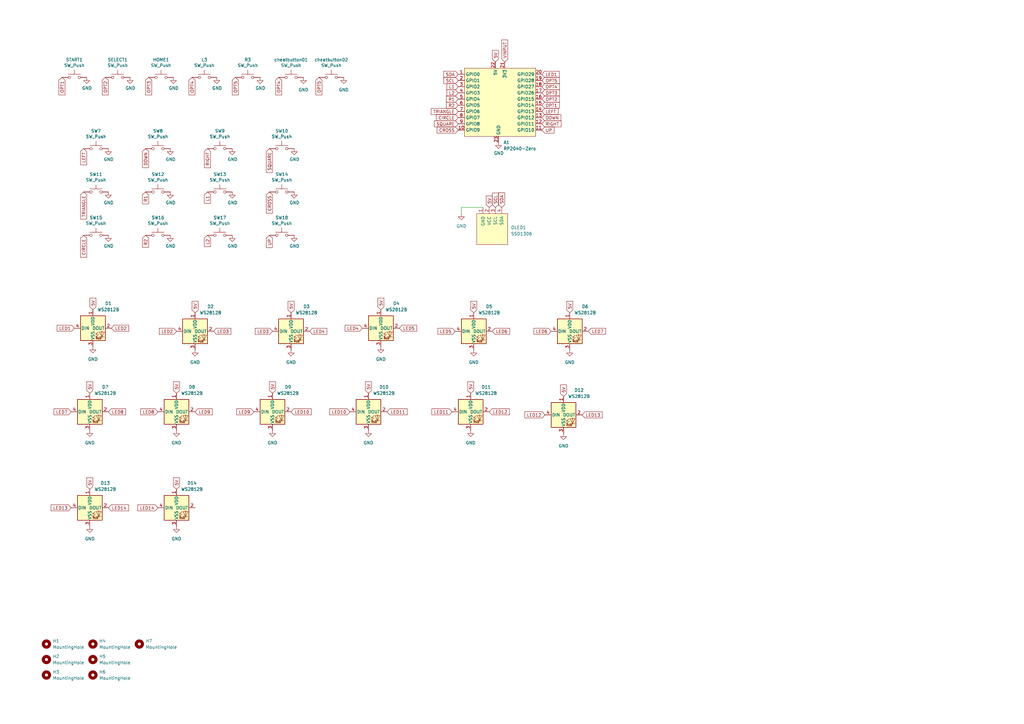
<source format=kicad_sch>
(kicad_sch (version 20230121) (generator eeschema)
  (paper "A3")
  (lib_symbols
    (symbol "GND_1" (power) (pin_names (offset 0))
      (property "Value" "GND_1" (at 0 -3.81 0))
      (symbol "GND_1_0_1"
        (polyline (pts (xy 0 0) (xy 0 -1.27) (xy 1.27 -1.27) (xy 0 -2.54) (xy -1.27 -1.27) (xy 0 -1.27)))
      )
      (symbol "GND_1_1_1"
        (pin power_in line (at 0 0 270) (length 0) hide (name "GND") (number "1"))
      )
    )
    (symbol "GND_2" (power) (pin_names (offset 0))
      (property "Value" "GND_2" (at 0 -3.81 0))
      (symbol "GND_2_0_1"
        (polyline (pts (xy 0 0) (xy 0 -1.27) (xy 1.27 -1.27) (xy 0 -2.54) (xy -1.27 -1.27) (xy 0 -1.27)))
      )
      (symbol "GND_2_1_1"
        (pin power_in line (at 0 0 270) (length 0) hide (name "GND") (number "1"))
      )
    )
    (symbol "GND_3" (power) (pin_names (offset 0))
      (property "Value" "GND_3" (at 0 -3.81 0))
      (symbol "GND_3_0_1"
        (polyline (pts (xy 0 0) (xy 0 -1.27) (xy 1.27 -1.27) (xy 0 -2.54) (xy -1.27 -1.27) (xy 0 -1.27)))
      )
      (symbol "GND_3_1_1"
        (pin power_in line (at 0 0 270) (length 0) hide (name "GND") (number "1"))
      )
    )
    (symbol "LED:WS2812B" (pin_names (offset 0.254))
      (property "Reference" "D" (at 5.08 5.715 0))
      (property "Value" "WS2812B" (at 1.27 -5.715 0))
      (symbol "WS2812B_0_0"
        (text "RGB" (at 2.286 -4.191 0) (effects (font (size 0.762 0.762))))
      )
      (symbol "WS2812B_0_1"
        (polyline (pts (xy 1.27 -3.556) (xy 1.778 -3.556)))
        (polyline (pts (xy 1.27 -2.54) (xy 1.778 -2.54)))
        (polyline (pts (xy 4.699 -3.556) (xy 2.667 -3.556)))
        (polyline (pts (xy 2.286 -2.54) (xy 1.27 -3.556) (xy 1.27 -3.048)))
        (polyline (pts (xy 2.286 -1.524) (xy 1.27 -2.54) (xy 1.27 -2.032)))
        (polyline (pts (xy 3.683 -1.016) (xy 3.683 -3.556) (xy 3.683 -4.064)))
        (polyline (pts (xy 4.699 -1.524) (xy 2.667 -1.524) (xy 3.683 -3.556) (xy 4.699 -1.524)))
        (rectangle (start 5.08 5.08) (end -5.08 -5.08) (stroke (width 0.254)) (fill (type background)))
      )
      (symbol "WS2812B_1_1"
        (pin power_in line (at 0 7.62 270) (length 2.54) (name "VDD") (number "1"))
        (pin output line (at 7.62 0 180) (length 2.54) (name "DOUT") (number "2"))
        (pin power_in line (at 0 -7.62 90) (length 2.54) (name "VSS") (number "3"))
        (pin input line (at -7.62 0 0) (length 2.54) (name "DIN") (number "4"))
      )
    )
    (symbol "Mechanical:MountingHole" (pin_names (offset 1.016))
      (property "Reference" "H" (at 0 5.08 0))
      (property "Value" "MountingHole" (at 0 3.175 0))
      (symbol "MountingHole_0_1"
        (circle (center 0 0) (radius 1.27) (stroke (width 1.27)))
      )
    )
    (symbol "RP2040-Zero:RP2040-Zero"
      (property "Reference" "U" (at 0 1.27 0))
      (property "Value" "RP2040-Zero" (at 0 -1.27 0))
      (symbol "RP2040-Zero_0_1"
        (rectangle (start -13.97 12.7) (end 15.24 -15.24) (fill (type background)))
      )
      (symbol "RP2040-Zero_1_1"
        (pin bidirectional line (at -16.51 10.16 0) (length 2.54) (name "GPIO0") (number "1"))
        (pin bidirectional line (at -16.51 -12.7 0) (length 2.54) (name "GPIO9") (number "10"))
        (pin bidirectional line (at 17.78 -12.7 180) (length 2.54) (name "GPIO10") (number "11"))
        (pin bidirectional line (at 17.78 -10.16 180) (length 2.54) (name "GPIO11") (number "12"))
        (pin bidirectional line (at 17.78 -7.62 180) (length 2.54) (name "GPIO12") (number "13"))
        (pin bidirectional line (at 17.78 -5.08 180) (length 2.54) (name "GPIO13") (number "14"))
        (pin bidirectional line (at 17.78 -2.54 180) (length 2.54) (name "GPIO14") (number "15"))
        (pin bidirectional line (at 17.78 0 180) (length 2.54) (name "GPIO15") (number "16"))
        (pin bidirectional line (at 17.78 2.54 180) (length 2.54) (name "GPIO26") (number "17"))
        (pin bidirectional line (at 17.78 5.08 180) (length 2.54) (name "GPIO27") (number "18"))
        (pin bidirectional line (at 17.78 7.62 180) (length 2.54) (name "GPIO28") (number "19"))
        (pin bidirectional line (at -16.51 7.62 0) (length 2.54) (name "GPIO1") (number "2"))
        (pin bidirectional line (at 17.78 10.16 180) (length 2.54) (name "GPIO29") (number "20"))
        (pin power_out line (at 2.54 15.24 270) (length 2.54) (name "3V3") (number "21"))
        (pin power_in line (at -1.27 15.24 270) (length 2.54) (name "5V") (number "22"))
        (pin power_in line (at 0 -17.78 90) (length 2.54) (name "GND") (number "23"))
        (pin bidirectional line (at -16.51 5.08 0) (length 2.54) (name "GPIO2") (number "3"))
        (pin bidirectional line (at -16.51 2.54 0) (length 2.54) (name "GPIO3") (number "4"))
        (pin bidirectional line (at -16.51 0 0) (length 2.54) (name "GPIO4") (number "5"))
        (pin bidirectional line (at -16.51 -2.54 0) (length 2.54) (name "GPIO5") (number "6"))
        (pin bidirectional line (at -16.51 -5.08 0) (length 2.54) (name "GPIO6") (number "7"))
        (pin bidirectional line (at -16.51 -7.62 0) (length 2.54) (name "GPIO7") (number "8"))
        (pin bidirectional line (at -16.51 -10.16 0) (length 2.54) (name "GPIO8") (number "9"))
      )
    )
    (symbol "SSD1306-128x64_OLED:SSD1306" (pin_names (offset 1.016))
      (property "Reference" "Brd" (at 0 -3.81 0))
      (property "Value" "SSD1306" (at 0 -1.27 0))
      (symbol "SSD1306_0_1"
        (rectangle (start -6.35 6.35) (end 6.35 -6.35) (fill (type background)))
      )
      (symbol "SSD1306_1_1"
        (pin input line (at -3.81 8.89 270) (length 2.54) (name "GND") (number "1"))
        (pin input line (at -1.27 8.89 270) (length 2.54) (name "VCC") (number "2"))
        (pin input line (at 1.27 8.89 270) (length 2.54) (name "SCL") (number "3"))
        (pin input line (at 3.81 8.89 270) (length 2.54) (name "SDA") (number "4"))
      )
    )
    (symbol "Switch:SW_Push" (pin_numbers hide) (pin_names (offset 1.016) hide)
      (property "Reference" "SW" (at 1.27 2.54 0))
      (property "Value" "SW_Push" (at 0 -1.524 0))
      (symbol "SW_Push_0_1"
        (circle (center -2.032 0) (radius 0.508))
        (polyline (pts (xy 0 1.27) (xy 0 3.048)))
        (polyline (pts (xy 2.54 1.27) (xy -2.54 1.27)))
        (circle (center 2.032 0) (radius 0.508))
        (pin passive line (at -5.08 0 0) (length 2.54) (name "1") (number "1"))
        (pin passive line (at 5.08 0 180) (length 2.54) (name "2") (number "2"))
      )
    )
    (symbol "power:GND" (power) (pin_names (offset 0))
      (property "Value" "GND" (at 0 -3.81 0))
      (symbol "GND_0_1"
        (polyline (pts (xy 0 0) (xy 0 -1.27) (xy 1.27 -1.27) (xy 0 -2.54) (xy -1.27 -1.27) (xy 0 -1.27)))
      )
      (symbol "GND_1_1"
        (pin power_in line (at 0 0 270) (length 0) hide (name "GND") (number "1"))
      )
    )
  )
  (wire (pts (xy 189.23 85.09) (xy 189.23 87.63)))
  (wire (pts (xy 198.12 85.09) (xy 189.23 85.09)))
  (wire (pts (xy 38.1 127) (xy 38.1 128.27)))
  (wire (pts (xy 36.83 161.29) (xy 36.83 162.56)))
  (global_label "TRIANGLE" (shape input) (at 34.29 78.74 270) (property "Intersheetrefs" "${INTERSHEET_REFS}" (effects hide)))
  (global_label "LED11" (shape input) (at 158.75 168.91 0) (property "Intersheetrefs" "${INTERSHEET_REFS}" (effects hide)))
  (global_label "CROSS" (shape input) (at 110.49 78.74 270) (property "Intersheetrefs" "${INTERSHEET_REFS}" (effects hide)))
  (global_label "R2" (shape input) (at 59.69 96.52 270) (property "Intersheetrefs" "${INTERSHEET_REFS}" (effects hide)))
  (global_label "5V" (shape input) (at 111.76 161.29 90) (property "Intersheetrefs" "${INTERSHEET_REFS}" (effects hide)))
  (global_label "LED3" (shape input) (at 87.63 135.89 0) (property "Intersheetrefs" "${INTERSHEET_REFS}" (effects hide)))
  (global_label "TRIANGLE" (shape input) (at 187.96 45.72 180) (property "Intersheetrefs" "${INTERSHEET_REFS}" (effects hide)))
  (global_label "LED5" (shape input) (at 186.69 135.89 180) (property "Intersheetrefs" "${INTERSHEET_REFS}" (effects hide)))
  (global_label "OPT1" (shape input) (at 222.25 43.18 0) (property "Intersheetrefs" "${INTERSHEET_REFS}" (effects hide)))
  (global_label "L2" (shape input) (at 85.09 96.52 270) (property "Intersheetrefs" "${INTERSHEET_REFS}" (effects hide)))
  (global_label "LED12" (shape input) (at 223.52 170.18 180) (property "Intersheetrefs" "${INTERSHEET_REFS}" (effects hide)))
  (global_label "LED2" (shape input) (at 45.72 134.62 0) (property "Intersheetrefs" "${INTERSHEET_REFS}" (effects hide)))
  (global_label "5V" (shape input) (at 38.1 127 90) (property "Intersheetrefs" "${INTERSHEET_REFS}" (effects hide)))
  (global_label "LED12" (shape input) (at 200.66 168.91 0) (property "Intersheetrefs" "${INTERSHEET_REFS}" (effects hide)))
  (global_label "R1" (shape input) (at 59.69 78.74 270) (property "Intersheetrefs" "${INTERSHEET_REFS}" (effects hide)))
  (global_label "5V" (shape input) (at 203.2 25.4 90) (property "Intersheetrefs" "${INTERSHEET_REFS}" (effects hide)))
  (global_label "LED11" (shape input) (at 185.42 168.91 180) (property "Intersheetrefs" "${INTERSHEET_REFS}" (effects hide)))
  (global_label "LED2" (shape input) (at 72.39 135.89 180) (property "Intersheetrefs" "${INTERSHEET_REFS}" (effects hide)))
  (global_label "LED14" (shape input) (at 44.45 208.28 0) (property "Intersheetrefs" "${INTERSHEET_REFS}" (effects hide)))
  (global_label "RIGHT" (shape input) (at 85.09 60.96 270) (property "Intersheetrefs" "${INTERSHEET_REFS}" (effects hide)))
  (global_label "5V" (shape input) (at 36.83 161.29 90) (property "Intersheetrefs" "${INTERSHEET_REFS}" (effects hide)))
  (global_label "5V" (shape input) (at 193.04 161.29 90) (property "Intersheetrefs" "${INTERSHEET_REFS}" (effects hide)))
  (global_label "5V" (shape input) (at 194.31 128.27 90) (property "Intersheetrefs" "${INTERSHEET_REFS}" (effects hide)))
  (global_label "5V" (shape input) (at 233.68 128.27 90) (property "Intersheetrefs" "${INTERSHEET_REFS}" (effects hide)))
  (global_label "SQUARE" (shape input) (at 110.49 60.96 270) (property "Intersheetrefs" "${INTERSHEET_REFS}" (effects hide)))
  (global_label "5V" (shape input) (at 72.39 161.29 90) (property "Intersheetrefs" "${INTERSHEET_REFS}" (effects hide)))
  (global_label "VINPUT" (shape input) (at 207.01 25.4 90) (property "Intersheetrefs" "${INTERSHEET_REFS}" (effects hide)))
  (global_label "LED4" (shape input) (at 148.59 134.62 180) (property "Intersheetrefs" "${INTERSHEET_REFS}" (effects hide)))
  (global_label "LED7" (shape input) (at 241.3 135.89 0) (property "Intersheetrefs" "${INTERSHEET_REFS}" (effects hide)))
  (global_label "SQUARE" (shape input) (at 187.96 50.8 180) (property "Intersheetrefs" "${INTERSHEET_REFS}" (effects hide)))
  (global_label "OPT2" (shape input) (at 43.18 31.75 270) (property "Intersheetrefs" "${INTERSHEET_REFS}" (effects hide)))
  (global_label "UP" (shape input) (at 110.49 96.52 270) (property "Intersheetrefs" "${INTERSHEET_REFS}" (effects hide)))
  (global_label "RIGHT" (shape input) (at 222.25 50.8 0) (property "Intersheetrefs" "${INTERSHEET_REFS}" (effects hide)))
  (global_label "OPT5" (shape input) (at 130.81 31.75 270) (property "Intersheetrefs" "${INTERSHEET_REFS}" (effects hide)))
  (global_label "LED3" (shape input) (at 111.76 135.89 180) (property "Intersheetrefs" "${INTERSHEET_REFS}" (effects hide)))
  (global_label "R1" (shape input) (at 187.96 40.64 180) (property "Intersheetrefs" "${INTERSHEET_REFS}" (effects hide)))
  (global_label "OPT3" (shape input) (at 222.25 38.1 0) (property "Intersheetrefs" "${INTERSHEET_REFS}" (effects hide)))
  (global_label "CIRCLE" (shape input) (at 187.96 48.26 180) (property "Intersheetrefs" "${INTERSHEET_REFS}" (effects hide)))
  (global_label "LED9" (shape input) (at 80.01 168.91 0) (property "Intersheetrefs" "${INTERSHEET_REFS}" (effects hide)))
  (global_label "L2" (shape input) (at 187.96 38.1 180) (property "Intersheetrefs" "${INTERSHEET_REFS}" (effects hide)))
  (global_label "SCL" (shape input) (at 187.96 33.02 180) (property "Intersheetrefs" "${INTERSHEET_REFS}" (effects hide)))
  (global_label "5V" (shape input) (at 119.38 128.27 90) (property "Intersheetrefs" "${INTERSHEET_REFS}" (effects hide)))
  (global_label "CROSS" (shape input) (at 187.96 53.34 180) (property "Intersheetrefs" "${INTERSHEET_REFS}" (effects hide)))
  (global_label "OPT4" (shape input) (at 222.25 35.56 0) (property "Intersheetrefs" "${INTERSHEET_REFS}" (effects hide)))
  (global_label "DOWN" (shape input) (at 59.69 60.96 270) (property "Intersheetrefs" "${INTERSHEET_REFS}" (effects hide)))
  (global_label "LED7" (shape input) (at 29.21 168.91 180) (property "Intersheetrefs" "${INTERSHEET_REFS}" (effects hide)))
  (global_label "SCL" (shape input) (at 203.2 85.09 90) (property "Intersheetrefs" "${INTERSHEET_REFS}" (effects hide)))
  (global_label "LEFT" (shape input) (at 222.25 45.72 0) (property "Intersheetrefs" "${INTERSHEET_REFS}" (effects hide)))
  (global_label "LED1" (shape input) (at 222.25 30.48 0) (property "Intersheetrefs" "${INTERSHEET_REFS}" (effects hide)))
  (global_label "DOWN" (shape input) (at 222.25 48.26 0) (property "Intersheetrefs" "${INTERSHEET_REFS}" (effects hide)))
  (global_label "5V" (shape input) (at 200.66 85.09 90) (property "Intersheetrefs" "${INTERSHEET_REFS}" (effects hide)))
  (global_label "5V" (shape input) (at 72.39 200.66 90) (property "Intersheetrefs" "${INTERSHEET_REFS}" (effects hide)))
  (global_label "SDA" (shape input) (at 187.96 30.48 180) (property "Intersheetrefs" "${INTERSHEET_REFS}" (effects hide)))
  (global_label "LED8" (shape input) (at 44.45 168.91 0) (property "Intersheetrefs" "${INTERSHEET_REFS}" (effects hide)))
  (global_label "R2" (shape input) (at 187.96 43.18 180) (property "Intersheetrefs" "${INTERSHEET_REFS}" (effects hide)))
  (global_label "LED6" (shape input) (at 201.93 135.89 0) (property "Intersheetrefs" "${INTERSHEET_REFS}" (effects hide)))
  (global_label "LED8" (shape input) (at 64.77 168.91 180) (property "Intersheetrefs" "${INTERSHEET_REFS}" (effects hide)))
  (global_label "LED14" (shape input) (at 64.77 208.28 180) (property "Intersheetrefs" "${INTERSHEET_REFS}" (effects hide)))
  (global_label "LED4" (shape input) (at 127 135.89 0) (property "Intersheetrefs" "${INTERSHEET_REFS}" (effects hide)))
  (global_label "LEFT" (shape input) (at 34.29 60.96 270) (property "Intersheetrefs" "${INTERSHEET_REFS}" (effects hide)))
  (global_label "UP" (shape input) (at 222.25 53.34 0) (property "Intersheetrefs" "${INTERSHEET_REFS}" (effects hide)))
  (global_label "5V" (shape input) (at 231.14 162.56 90) (property "Intersheetrefs" "${INTERSHEET_REFS}" (effects hide)))
  (global_label "5V" (shape input) (at 156.21 127 90) (property "Intersheetrefs" "${INTERSHEET_REFS}" (effects hide)))
  (global_label "OPT4" (shape input) (at 78.74 31.75 270) (property "Intersheetrefs" "${INTERSHEET_REFS}" (effects hide)))
  (global_label "LED13" (shape input) (at 29.21 208.28 180) (property "Intersheetrefs" "${INTERSHEET_REFS}" (effects hide)))
  (global_label "5V" (shape input) (at 151.13 161.29 90) (property "Intersheetrefs" "${INTERSHEET_REFS}" (effects hide)))
  (global_label "OPT5" (shape input) (at 96.52 31.75 270) (property "Intersheetrefs" "${INTERSHEET_REFS}" (effects hide)))
  (global_label "L1" (shape input) (at 85.09 78.74 270) (property "Intersheetrefs" "${INTERSHEET_REFS}" (effects hide)))
  (global_label "LED9" (shape input) (at 104.14 168.91 180) (property "Intersheetrefs" "${INTERSHEET_REFS}" (effects hide)))
  (global_label "LED13" (shape input) (at 238.76 170.18 0) (property "Intersheetrefs" "${INTERSHEET_REFS}" (effects hide)))
  (global_label "LED10" (shape input) (at 119.38 168.91 0) (property "Intersheetrefs" "${INTERSHEET_REFS}" (effects hide)))
  (global_label "5V" (shape input) (at 36.83 200.66 90) (property "Intersheetrefs" "${INTERSHEET_REFS}" (effects hide)))
  (global_label "CIRCLE" (shape input) (at 34.29 96.52 270) (property "Intersheetrefs" "${INTERSHEET_REFS}" (effects hide)))
  (global_label "OPT1" (shape input) (at 25.4 31.75 270) (property "Intersheetrefs" "${INTERSHEET_REFS}" (effects hide)))
  (global_label "LED1" (shape input) (at 30.48 134.62 180) (property "Intersheetrefs" "${INTERSHEET_REFS}" (effects hide)))
  (global_label "OPT2" (shape input) (at 222.25 40.64 0) (property "Intersheetrefs" "${INTERSHEET_REFS}" (effects hide)))
  (global_label "5V" (shape input) (at 80.01 128.27 90) (property "Intersheetrefs" "${INTERSHEET_REFS}" (effects hide)))
  (global_label "SDA" (shape input) (at 205.74 85.09 90) (property "Intersheetrefs" "${INTERSHEET_REFS}" (effects hide)))
  (global_label "OPT4" (shape input) (at 114.3 31.75 270) (property "Intersheetrefs" "${INTERSHEET_REFS}" (effects hide)))
  (global_label "LED10" (shape input) (at 143.51 168.91 180) (property "Intersheetrefs" "${INTERSHEET_REFS}" (effects hide)))
  (global_label "LED5" (shape input) (at 163.83 134.62 0) (property "Intersheetrefs" "${INTERSHEET_REFS}" (effects hide)))
  (global_label "OPT3" (shape input) (at 60.96 31.75 270) (property "Intersheetrefs" "${INTERSHEET_REFS}" (effects hide)))
  (global_label "OPT5" (shape input) (at 222.25 33.02 0) (property "Intersheetrefs" "${INTERSHEET_REFS}" (effects hide)))
  (global_label "L1" (shape input) (at 187.96 35.56 180) (property "Intersheetrefs" "${INTERSHEET_REFS}" (effects hide)))
  (global_label "LED6" (shape input) (at 226.06 135.89 180) (property "Intersheetrefs" "${INTERSHEET_REFS}" (effects hide)))
  (symbol (lib_id "Switch:SW_Push") (at 30.48 31.75 0) (unit 1)
    (property "Reference" "START1" (at 30.48 24.511 0))
    (property "Value" "SW_Push" (at 30.48 26.8224 0))
    (property "Footprint" "Button_Switch_THT:SW_PUSH_6mm_H5mm" (effects hide))
    (property "LCSC" "C2837518" (effects hide))
  )
  (symbol (lib_id "Switch:SW_Push") (at 48.26 31.75 0) (unit 1)
    (property "Reference" "SELECT1" (at 48.26 24.511 0))
    (property "Value" "SW_Push" (at 48.26 26.8224 0))
    (property "Footprint" "Button_Switch_THT:SW_PUSH_6mm_H5mm" (effects hide))
    (property "LCSC" "C2837518" (effects hide))
  )
  (symbol (lib_id "Switch:SW_Push") (at 66.04 31.75 0) (unit 1)
    (property "Reference" "HOME1" (at 66.04 24.511 0))
    (property "Value" "SW_Push" (at 66.04 26.8224 0))
    (property "Footprint" "Button_Switch_THT:SW_PUSH_6mm_H5mm" (effects hide))
    (property "LCSC" "C2837518" (effects hide))
  )
  (symbol (lib_id "Switch:SW_Push") (at 83.82 31.75 0) (unit 1)
    (property "Reference" "L3" (at 83.82 24.511 0))
    (property "Value" "SW_Push" (at 83.82 26.8224 0))
    (property "Footprint" "Button_Switch_THT:SW_PUSH_6mm_H5mm" (effects hide))
    (property "LCSC" "C2837518" (effects hide))
  )
  (symbol (lib_id "Switch:SW_Push") (at 101.6 31.75 0) (unit 1)
    (property "Reference" "R3" (at 101.6 24.511 0))
    (property "Value" "SW_Push" (at 101.6 26.8224 0))
    (property "Footprint" "Button_Switch_THT:SW_PUSH_6mm_H5mm" (effects hide))
    (property "LCSC" "C2837518" (effects hide))
  )
  (symbol (lib_id "power:GND") (at 35.56 31.75 0) (unit 1)
    (property "Reference" "#PWR01" (effects hide))
    (property "Value" "GND" (at 35.687 36.1442 0))
  )
  (symbol (lib_id "power:GND") (at 53.34 31.75 0) (unit 1)
    (property "Reference" "#PWR02" (effects hide))
    (property "Value" "GND" (at 53.467 36.1442 0))
  )
  (symbol (lib_id "power:GND") (at 71.12 31.75 0) (unit 1)
    (property "Reference" "#PWR03" (effects hide))
    (property "Value" "GND" (at 71.247 36.1442 0))
  )
  (symbol (lib_id "power:GND") (at 88.9 31.75 0) (unit 1)
    (property "Reference" "#PWR04" (effects hide))
    (property "Value" "GND" (at 89.027 36.1442 0))
  )
  (symbol (lib_id "power:GND") (at 106.68 31.75 0) (unit 1)
    (property "Reference" "#PWR05" (effects hide))
    (property "Value" "GND" (at 106.807 36.1442 0))
  )
  (symbol (lib_id "Switch:SW_Push") (at 39.37 60.96 0) (unit 1)
    (property "Reference" "SW7" (at 39.37 53.721 0))
    (property "Value" "SW_Push" (at 39.37 56.0324 0))
    (property "Footprint" "kaihl reversible:Kailh_socket_PG1350_reversible" (effects hide))
  )
  (symbol (lib_id "Switch:SW_Push") (at 115.57 96.52 0) (unit 1)
    (property "Reference" "SW18" (at 115.57 89.281 0))
    (property "Value" "SW_Push" (at 115.57 91.5924 0))
    (property "Footprint" "kaihl reversible:Kailh_socket_PG1350_reversible" (effects hide))
  )
  (symbol (lib_id "Switch:SW_Push") (at 64.77 78.74 0) (unit 1)
    (property "Reference" "SW12" (at 64.77 71.501 0))
    (property "Value" "SW_Push" (at 64.77 73.8124 0))
    (property "Footprint" "kaihl reversible:Kailh_socket_PG1350_reversible" (effects hide))
  )
  (symbol (lib_id "Switch:SW_Push") (at 39.37 96.52 0) (unit 1)
    (property "Reference" "SW15" (at 39.37 89.281 0))
    (property "Value" "SW_Push" (at 39.37 91.5924 0))
    (property "Footprint" "kaihl reversible:Kailh_socket_PG1350_reversible" (effects hide))
  )
  (symbol (lib_id "Switch:SW_Push") (at 64.77 60.96 0) (unit 1)
    (property "Reference" "SW8" (at 64.77 53.721 0))
    (property "Value" "SW_Push" (at 64.77 56.0324 0))
    (property "Footprint" "kaihl reversible:Kailh_socket_PG1350_reversible" (effects hide))
  )
  (symbol (lib_id "Switch:SW_Push") (at 115.57 60.96 0) (unit 1)
    (property "Reference" "SW10" (at 115.57 53.721 0))
    (property "Value" "SW_Push" (at 115.57 56.0324 0))
    (property "Footprint" "kaihl reversible:Kailh_socket_PG1350_reversible" (effects hide))
  )
  (symbol (lib_id "Switch:SW_Push") (at 90.17 78.74 0) (unit 1)
    (property "Reference" "SW13" (at 90.17 71.501 0))
    (property "Value" "SW_Push" (at 90.17 73.8124 0))
    (property "Footprint" "kaihl reversible:Kailh_socket_PG1350_reversible" (effects hide))
  )
  (symbol (lib_id "Switch:SW_Push") (at 64.77 96.52 0) (unit 1)
    (property "Reference" "SW16" (at 64.77 89.281 0))
    (property "Value" "SW_Push" (at 64.77 91.5924 0))
    (property "Footprint" "kaihl reversible:Kailh_socket_PG1350_reversible" (effects hide))
  )
  (symbol (lib_id "Switch:SW_Push") (at 90.17 60.96 0) (unit 1)
    (property "Reference" "SW9" (at 90.17 53.721 0))
    (property "Value" "SW_Push" (at 90.17 56.0324 0))
    (property "Footprint" "kaihl reversible:Kailh_socket_PG1350_reversible" (effects hide))
  )
  (symbol (lib_id "Switch:SW_Push") (at 39.37 78.74 0) (unit 1)
    (property "Reference" "SW11" (at 39.37 71.501 0))
    (property "Value" "SW_Push" (at 39.37 73.8124 0))
    (property "Footprint" "kaihl reversible:Kailh_socket_PG1350_reversible" (effects hide))
  )
  (symbol (lib_id "Switch:SW_Push") (at 115.57 78.74 0) (unit 1)
    (property "Reference" "SW14" (at 115.57 71.501 0))
    (property "Value" "SW_Push" (at 115.57 73.8124 0))
    (property "Footprint" "kaihl reversible:Kailh_socket_PG1350_reversible" (effects hide))
  )
  (symbol (lib_id "Switch:SW_Push") (at 90.17 96.52 0) (unit 1)
    (property "Reference" "SW17" (at 90.17 89.281 0))
    (property "Value" "SW_Push" (at 90.17 91.5924 0))
    (property "Footprint" "kaihl reversible:Kailh_socket_PG1350_reversible" (effects hide))
  )
  (symbol (lib_id "power:GND") (at 44.45 60.96 0) (unit 1)
    (property "Reference" "#PWR07" (effects hide))
    (property "Value" "GND" (at 44.577 65.3542 0))
  )
  (symbol (lib_id "power:GND") (at 120.65 96.52 0) (unit 1)
    (property "Reference" "#PWR018" (effects hide))
    (property "Value" "GND" (at 120.777 100.9142 0))
  )
  (symbol (lib_id "power:GND") (at 69.85 78.74 0) (unit 1)
    (property "Reference" "#PWR012" (effects hide))
    (property "Value" "GND" (at 69.977 83.1342 0))
  )
  (symbol (lib_id "power:GND") (at 44.45 96.52 0) (unit 1)
    (property "Reference" "#PWR015" (effects hide))
    (property "Value" "GND" (at 44.577 100.9142 0))
  )
  (symbol (lib_id "power:GND") (at 69.85 60.96 0) (unit 1)
    (property "Reference" "#PWR08" (effects hide))
    (property "Value" "GND" (at 69.977 65.3542 0))
  )
  (symbol (lib_id "power:GND") (at 120.65 60.96 0) (unit 1)
    (property "Reference" "#PWR010" (effects hide))
    (property "Value" "GND" (at 120.777 65.3542 0))
  )
  (symbol (lib_id "power:GND") (at 95.25 78.74 0) (unit 1)
    (property "Reference" "#PWR013" (effects hide))
    (property "Value" "GND" (at 95.377 83.1342 0))
  )
  (symbol (lib_id "power:GND") (at 69.85 96.52 0) (unit 1)
    (property "Reference" "#PWR016" (effects hide))
    (property "Value" "GND" (at 69.977 100.9142 0))
  )
  (symbol (lib_id "power:GND") (at 95.25 96.52 0) (unit 1)
    (property "Reference" "#PWR017" (effects hide))
    (property "Value" "GND" (at 95.377 100.9142 0))
  )
  (symbol (lib_id "power:GND") (at 120.65 78.74 0) (unit 1)
    (property "Reference" "#PWR014" (effects hide))
    (property "Value" "GND" (at 120.777 83.1342 0))
  )
  (symbol (lib_id "power:GND") (at 44.45 78.74 0) (unit 1)
    (property "Reference" "#PWR011" (effects hide))
    (property "Value" "GND" (at 44.577 83.1342 0))
  )
  (symbol (lib_id "power:GND") (at 95.25 60.96 0) (unit 1)
    (property "Reference" "#PWR09" (effects hide))
    (property "Value" "GND" (at 95.377 65.3542 0))
  )
  (symbol (lib_id "power:GND") (at 204.47 58.42 0) (unit 1)
    (property "Reference" "#PWR0102" (effects hide))
    (property "Value" "GND" (at 204.597 62.8142 0))
  )
  (symbol (lib_name "GND_3") (lib_id "power:GND") (at 111.76 176.53 0) (unit 1)
    (property "Reference" "#PWR036" (effects hide))
    (property "Value" "GND" (at 111.76 181.61 0))
  )
  (symbol (lib_id "Mechanical:MountingHole") (at 19.05 276.86 0) (unit 1)
    (property "Reference" "H3" (at 21.59 275.5899 0) (effects (justify left)))
    (property "Value" "MountingHole" (at 21.59 278.1299 0) (effects (justify left)))
    (property "Footprint" "MountingHole:MountingHole_6.4mm_M6" (effects hide))
  )
  (symbol (lib_id "LED:WS2812B") (at 194.31 135.89 0) (unit 1)
    (property "Reference" "D5" (at 200.66 125.73 0))
    (property "Value" "WS2812B" (at 200.66 128.27 0))
    (property "Footprint" "LED_SMD:LED_WS2812B_PLCC4_5.0x5.0mm_P3.2mm" (effects hide))
    (property "Datasheet" "https://cdn-shop.adafruit.com/datasheets/WS2812B.pdf" (effects hide))
    (property "LCSC" "C2874885" (effects hide))
  )
  (symbol (lib_id "LED:WS2812B") (at 111.76 168.91 0) (unit 1)
    (property "Reference" "D9" (at 118.11 158.75 0))
    (property "Value" "WS2812B" (at 118.11 161.29 0))
    (property "Footprint" "LED_SMD:LED_WS2812B_PLCC4_5.0x5.0mm_P3.2mm" (effects hide))
    (property "Datasheet" "https://cdn-shop.adafruit.com/datasheets/WS2812B.pdf" (effects hide))
    (property "LCSC" "C2874885" (effects hide))
  )
  (symbol (lib_name "GND_3") (lib_id "power:GND") (at 194.31 143.51 0) (unit 1)
    (property "Reference" "#PWR028" (effects hide))
    (property "Value" "GND" (at 194.31 148.59 0))
  )
  (symbol (lib_id "LED:WS2812B") (at 119.38 135.89 0) (unit 1)
    (property "Reference" "D3" (at 125.73 125.73 0))
    (property "Value" "WS2812B" (at 125.73 128.27 0))
    (property "Footprint" "LED_SMD:LED_WS2812B_PLCC4_5.0x5.0mm_P3.2mm" (effects hide))
    (property "Datasheet" "https://cdn-shop.adafruit.com/datasheets/WS2812B.pdf" (effects hide))
    (property "LCSC" "C2874885" (effects hide))
  )
  (symbol (lib_id "LED:WS2812B") (at 156.21 134.62 0) (unit 1)
    (property "Reference" "D4" (at 162.56 124.46 0))
    (property "Value" "WS2812B" (at 162.56 127 0))
    (property "Footprint" "LED_SMD:LED_WS2812B_PLCC4_5.0x5.0mm_P3.2mm" (effects hide))
    (property "Datasheet" "https://cdn-shop.adafruit.com/datasheets/WS2812B.pdf" (effects hide))
    (property "LCSC" "C2874885" (effects hide))
  )
  (symbol (lib_name "GND_3") (lib_id "power:GND") (at 231.14 177.8 0) (unit 1)
    (property "Reference" "#PWR042" (effects hide))
    (property "Value" "GND" (at 231.14 182.88 0))
  )
  (symbol (lib_id "LED:WS2812B") (at 233.68 135.89 0) (unit 1)
    (property "Reference" "D6" (at 240.03 125.73 0))
    (property "Value" "WS2812B" (at 240.03 128.27 0))
    (property "Footprint" "LED_SMD:LED_WS2812B_PLCC4_5.0x5.0mm_P3.2mm" (effects hide))
    (property "Datasheet" "https://cdn-shop.adafruit.com/datasheets/WS2812B.pdf" (effects hide))
    (property "LCSC" "C2874885" (effects hide))
  )
  (symbol (lib_id "Mechanical:MountingHole") (at 19.05 264.16 0) (unit 1)
    (property "Reference" "H1" (at 21.59 262.8899 0) (effects (justify left)))
    (property "Value" "MountingHole" (at 21.59 265.4299 0) (effects (justify left)))
    (property "Footprint" "MountingHole:MountingHole_6.4mm_M6" (effects hide))
  )
  (symbol (lib_name "GND_3") (lib_id "power:GND") (at 119.38 143.51 0) (unit 1)
    (property "Reference" "#PWR024" (effects hide))
    (property "Value" "GND" (at 119.38 148.59 0))
  )
  (symbol (lib_name "GND_3") (lib_id "power:GND") (at 193.04 176.53 0) (unit 1)
    (property "Reference" "#PWR040" (effects hide))
    (property "Value" "GND" (at 193.04 181.61 0))
  )
  (symbol (lib_id "Mechanical:MountingHole") (at 57.15 264.16 0) (unit 1)
    (property "Reference" "H7" (at 59.69 262.8899 0) (effects (justify left)))
    (property "Value" "MountingHole" (at 59.69 265.4299 0) (effects (justify left)))
    (property "Footprint" "MountingHole:MountingHole_6.4mm_M6" (effects hide))
  )
  (symbol (lib_id "LED:WS2812B") (at 72.39 168.91 0) (unit 1)
    (property "Reference" "D8" (at 78.74 158.75 0))
    (property "Value" "WS2812B" (at 78.74 161.29 0))
    (property "Footprint" "LED_SMD:LED_WS2812B_PLCC4_5.0x5.0mm_P3.2mm" (effects hide))
    (property "Datasheet" "https://cdn-shop.adafruit.com/datasheets/WS2812B.pdf" (effects hide))
    (property "LCSC" "C2874885" (effects hide))
  )
  (symbol (lib_name "GND_3") (lib_id "power:GND") (at 36.83 215.9 0) (unit 1)
    (property "Reference" "#PWR021" (effects hide))
    (property "Value" "GND" (at 36.83 220.98 0))
  )
  (symbol (lib_id "Switch:SW_Push") (at 135.89 31.75 0) (unit 1)
    (property "Reference" "cheatbutton02" (at 135.89 24.511 0))
    (property "Value" "SW_Push" (at 135.89 26.8224 0))
    (property "Footprint" "kaihl reversible:Kailh_socket_PG1350_reversible" (effects hide))
  )
  (symbol (lib_name "GND_3") (lib_id "power:GND") (at 233.68 143.51 0) (unit 1)
    (property "Reference" "#PWR030" (effects hide))
    (property "Value" "GND" (at 233.68 148.59 0))
  )
  (symbol (lib_name "GND_3") (lib_id "power:GND") (at 38.1 142.24 0) (unit 1)
    (property "Reference" "#PWR020" (effects hide))
    (property "Value" "GND" (at 38.1 147.32 0))
  )
  (symbol (lib_id "LED:WS2812B") (at 80.01 135.89 0) (unit 1)
    (property "Reference" "D2" (at 86.36 125.73 0))
    (property "Value" "WS2812B" (at 86.36 128.27 0))
    (property "Footprint" "LED_SMD:LED_WS2812B_PLCC4_5.0x5.0mm_P3.2mm" (effects hide))
    (property "Datasheet" "https://cdn-shop.adafruit.com/datasheets/WS2812B.pdf" (effects hide))
    (property "LCSC" "C2874885" (effects hide))
  )
  (symbol (lib_id "Switch:SW_Push") (at 119.38 31.75 0) (unit 1)
    (property "Reference" "cheatbutton01" (at 119.38 24.511 0))
    (property "Value" "SW_Push" (at 119.38 26.8224 0))
    (property "Footprint" "kaihl reversible:Kailh_socket_PG1350_reversible" (effects hide))
  )
  (symbol (lib_id "LED:WS2812B") (at 36.83 168.91 0) (unit 1)
    (property "Reference" "D7" (at 43.18 158.75 0))
    (property "Value" "WS2812B" (at 43.18 161.29 0))
    (property "Footprint" "LED_SMD:LED_WS2812B_PLCC4_5.0x5.0mm_P3.2mm" (effects hide))
    (property "Datasheet" "https://cdn-shop.adafruit.com/datasheets/WS2812B.pdf" (effects hide))
    (property "LCSC" "C2874885" (effects hide))
  )
  (symbol (lib_id "LED:WS2812B") (at 231.14 170.18 0) (unit 1)
    (property "Reference" "D12" (at 237.49 160.02 0))
    (property "Value" "WS2812B" (at 237.49 162.56 0))
    (property "Footprint" "LED_SMD:LED_WS2812B_PLCC4_5.0x5.0mm_P3.2mm" (effects hide))
    (property "Datasheet" "https://cdn-shop.adafruit.com/datasheets/WS2812B.pdf" (effects hide))
    (property "LCSC" "C2874885" (effects hide))
  )
  (symbol (lib_id "LED:WS2812B") (at 72.39 208.28 0) (unit 1)
    (property "Reference" "D14" (at 78.74 198.12 0))
    (property "Value" "WS2812B" (at 78.74 200.66 0))
    (property "Footprint" "LED_SMD:LED_WS2812B_PLCC4_5.0x5.0mm_P3.2mm" (effects hide))
    (property "Datasheet" "https://cdn-shop.adafruit.com/datasheets/WS2812B.pdf" (effects hide))
    (property "LCSC" "C2874885" (effects hide))
  )
  (symbol (lib_id "Mechanical:MountingHole") (at 38.1 264.16 0) (unit 1)
    (property "Reference" "H4" (at 40.64 262.8899 0) (effects (justify left)))
    (property "Value" "MountingHole" (at 40.64 265.4299 0) (effects (justify left)))
    (property "Footprint" "MountingHole:MountingHole_6.4mm_M6" (effects hide))
  )
  (symbol (lib_id "LED:WS2812B") (at 36.83 208.28 0) (unit 1)
    (property "Reference" "D13" (at 43.18 198.12 0))
    (property "Value" "WS2812B" (at 43.18 200.66 0))
    (property "Footprint" "LED_SMD:LED_WS2812B_PLCC4_5.0x5.0mm_P3.2mm" (effects hide))
    (property "Datasheet" "https://cdn-shop.adafruit.com/datasheets/WS2812B.pdf" (effects hide))
    (property "LCSC" "C2874885" (effects hide))
  )
  (symbol (lib_name "GND_3") (lib_id "power:GND") (at 72.39 215.9 0) (unit 1)
    (property "Reference" "#PWR023" (effects hide))
    (property "Value" "GND" (at 72.39 220.98 0))
  )
  (symbol (lib_name "GND_3") (lib_id "power:GND") (at 156.21 142.24 0) (unit 1)
    (property "Reference" "#PWR026" (effects hide))
    (property "Value" "GND" (at 156.21 147.32 0))
  )
  (symbol (lib_id "RP2040-Zero:RP2040-Zero") (at 204.47 40.64 0) (unit 1)
    (property "Reference" "A1" (at 206.4894 58.42 0) (effects (justify left)))
    (property "Value" "RP2040-Zero" (at 206.4894 60.96 0) (effects (justify left)))
    (property "Footprint" "RP2040-Zero:RP2040-Zero" (effects hide))
  )
  (symbol (lib_name "GND_3") (lib_id "power:GND") (at 72.39 176.53 0) (unit 1)
    (property "Reference" "#PWR034" (effects hide))
    (property "Value" "GND" (at 72.39 181.61 0))
  )
  (symbol (lib_id "LED:WS2812B") (at 151.13 168.91 0) (unit 1)
    (property "Reference" "D10" (at 157.48 158.75 0))
    (property "Value" "WS2812B" (at 157.48 161.29 0))
    (property "Footprint" "LED_SMD:LED_WS2812B_PLCC4_5.0x5.0mm_P3.2mm" (effects hide))
    (property "Datasheet" "https://cdn-shop.adafruit.com/datasheets/WS2812B.pdf" (effects hide))
    (property "LCSC" "C2874885" (effects hide))
  )
  (symbol (lib_name "GND_3") (lib_id "power:GND") (at 80.01 143.51 0) (unit 1)
    (property "Reference" "#PWR022" (effects hide))
    (property "Value" "GND" (at 80.01 148.59 0))
  )
  (symbol (lib_name "GND_2") (lib_id "power:GND") (at 124.46 31.75 0) (unit 1)
    (property "Reference" "#PWR06" (effects hide))
    (property "Value" "GND" (at 124.46 36.83 0))
  )
  (symbol (lib_id "Mechanical:MountingHole") (at 38.1 270.51 0) (unit 1)
    (property "Reference" "H5" (at 40.64 269.2399 0) (effects (justify left)))
    (property "Value" "MountingHole" (at 40.64 271.7799 0) (effects (justify left)))
    (property "Footprint" "MountingHole:MountingHole_6.4mm_M6" (effects hide))
  )
  (symbol (lib_name "GND_3") (lib_id "power:GND") (at 151.13 176.53 0) (unit 1)
    (property "Reference" "#PWR038" (effects hide))
    (property "Value" "GND" (at 151.13 181.61 0))
  )
  (symbol (lib_id "SSD1306-128x64_OLED:SSD1306") (at 201.93 93.98 0) (unit 1)
    (property "Reference" "OLED1" (at 209.55 93.345 0) (effects (justify left)))
    (property "Value" "SSD1306" (at 209.55 95.885 0) (effects (justify left)))
    (property "Footprint" "SSD1306:128x64OLED" (effects hide))
  )
  (symbol (lib_id "LED:WS2812B") (at 38.1 134.62 0) (unit 1)
    (property "Reference" "D1" (at 44.45 124.46 0))
    (property "Value" "WS2812B" (at 44.45 127 0))
    (property "Footprint" "LED_SMD:LED_WS2812B_PLCC4_5.0x5.0mm_P3.2mm" (effects hide))
    (property "Datasheet" "https://cdn-shop.adafruit.com/datasheets/WS2812B.pdf" (effects hide))
    (property "LCSC" "C2874885" (effects hide))
  )
  (symbol (lib_name "GND_1") (lib_id "power:GND") (at 189.23 87.63 0) (unit 1)
    (property "Reference" "#PWR019" (effects hide))
    (property "Value" "GND" (at 189.23 92.71 0))
  )
  (symbol (lib_name "GND_3") (lib_id "power:GND") (at 36.83 176.53 0) (unit 1)
    (property "Reference" "#PWR032" (effects hide))
    (property "Value" "GND" (at 36.83 181.61 0))
  )
  (symbol (lib_id "Mechanical:MountingHole") (at 38.1 276.86 0) (unit 1)
    (property "Reference" "H6" (at 40.64 275.5899 0) (effects (justify left)))
    (property "Value" "MountingHole" (at 40.64 278.1299 0) (effects (justify left)))
    (property "Footprint" "MountingHole:MountingHole_6.4mm_M6" (effects hide))
  )
  (symbol (lib_id "Mechanical:MountingHole") (at 19.05 270.51 0) (unit 1)
    (property "Reference" "H2" (at 21.59 269.2399 0) (effects (justify left)))
    (property "Value" "MountingHole" (at 21.59 271.7799 0) (effects (justify left)))
    (property "Footprint" "MountingHole:MountingHole_6.4mm_M6" (effects hide))
  )
  (symbol (lib_name "GND_2") (lib_id "power:GND") (at 140.97 31.75 0) (unit 1)
    (property "Reference" "#PWR01001" (effects hide))
    (property "Value" "GND" (at 140.97 36.83 0))
  )
  (symbol (lib_id "LED:WS2812B") (at 193.04 168.91 0) (unit 1)
    (property "Reference" "D11" (at 199.39 158.75 0))
    (property "Value" "WS2812B" (at 199.39 161.29 0))
    (property "Footprint" "LED_SMD:LED_WS2812B_PLCC4_5.0x5.0mm_P3.2mm" (effects hide))
    (property "Datasheet" "https://cdn-shop.adafruit.com/datasheets/WS2812B.pdf" (effects hide))
    (property "LCSC" "C2874885" (effects hide))
  )
)
</source>
